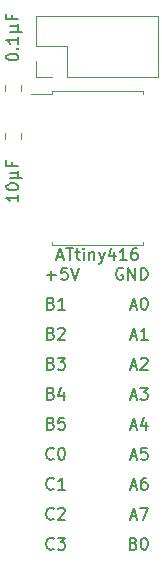
<source format=gbr>
%TF.GenerationSoftware,KiCad,Pcbnew,6.0.11+dfsg-1~bpo11+1*%
%TF.CreationDate,2024-05-12T17:16:57+09:00*%
%TF.ProjectId,pcb-devboard,7063622d-6465-4766-926f-6172642e6b69,rev?*%
%TF.SameCoordinates,Original*%
%TF.FileFunction,Legend,Top*%
%TF.FilePolarity,Positive*%
%FSLAX46Y46*%
G04 Gerber Fmt 4.6, Leading zero omitted, Abs format (unit mm)*
G04 Created by KiCad (PCBNEW 6.0.11+dfsg-1~bpo11+1) date 2024-05-12 17:16:57*
%MOMM*%
%LPD*%
G01*
G04 APERTURE LIST*
%ADD10C,0.150000*%
%ADD11C,0.120000*%
G04 APERTURE END LIST*
D10*
X115885452Y-132246666D02*
X116361642Y-132246666D01*
X115790214Y-132532380D02*
X116123547Y-131532380D01*
X116456880Y-132532380D01*
X116694976Y-131532380D02*
X117361642Y-131532380D01*
X116933071Y-132532380D01*
X115885452Y-122086666D02*
X116361642Y-122086666D01*
X115790214Y-122372380D02*
X116123547Y-121372380D01*
X116456880Y-122372380D01*
X116694976Y-121372380D02*
X117314023Y-121372380D01*
X116980690Y-121753333D01*
X117123547Y-121753333D01*
X117218785Y-121800952D01*
X117266404Y-121848571D01*
X117314023Y-121943809D01*
X117314023Y-122181904D01*
X117266404Y-122277142D01*
X117218785Y-122324761D01*
X117123547Y-122372380D01*
X116837833Y-122372380D01*
X116742595Y-122324761D01*
X116694976Y-122277142D01*
X116123547Y-134548571D02*
X116266404Y-134596190D01*
X116314023Y-134643809D01*
X116361642Y-134739047D01*
X116361642Y-134881904D01*
X116314023Y-134977142D01*
X116266404Y-135024761D01*
X116171166Y-135072380D01*
X115790214Y-135072380D01*
X115790214Y-134072380D01*
X116123547Y-134072380D01*
X116218785Y-134120000D01*
X116266404Y-134167619D01*
X116314023Y-134262857D01*
X116314023Y-134358095D01*
X116266404Y-134453333D01*
X116218785Y-134500952D01*
X116123547Y-134548571D01*
X115790214Y-134548571D01*
X116980690Y-134072380D02*
X117075928Y-134072380D01*
X117171166Y-134120000D01*
X117218785Y-134167619D01*
X117266404Y-134262857D01*
X117314023Y-134453333D01*
X117314023Y-134691428D01*
X117266404Y-134881904D01*
X117218785Y-134977142D01*
X117171166Y-135024761D01*
X117075928Y-135072380D01*
X116980690Y-135072380D01*
X116885452Y-135024761D01*
X116837833Y-134977142D01*
X116790214Y-134881904D01*
X116742595Y-134691428D01*
X116742595Y-134453333D01*
X116790214Y-134262857D01*
X116837833Y-134167619D01*
X116885452Y-134120000D01*
X116980690Y-134072380D01*
X109365023Y-127357142D02*
X109317404Y-127404761D01*
X109174547Y-127452380D01*
X109079309Y-127452380D01*
X108936452Y-127404761D01*
X108841214Y-127309523D01*
X108793595Y-127214285D01*
X108745976Y-127023809D01*
X108745976Y-126880952D01*
X108793595Y-126690476D01*
X108841214Y-126595238D01*
X108936452Y-126500000D01*
X109079309Y-126452380D01*
X109174547Y-126452380D01*
X109317404Y-126500000D01*
X109365023Y-126547619D01*
X109984071Y-126452380D02*
X110079309Y-126452380D01*
X110174547Y-126500000D01*
X110222166Y-126547619D01*
X110269785Y-126642857D01*
X110317404Y-126833333D01*
X110317404Y-127071428D01*
X110269785Y-127261904D01*
X110222166Y-127357142D01*
X110174547Y-127404761D01*
X110079309Y-127452380D01*
X109984071Y-127452380D01*
X109888833Y-127404761D01*
X109841214Y-127357142D01*
X109793595Y-127261904D01*
X109745976Y-127071428D01*
X109745976Y-126833333D01*
X109793595Y-126642857D01*
X109841214Y-126547619D01*
X109888833Y-126500000D01*
X109984071Y-126452380D01*
X109126928Y-114228571D02*
X109269785Y-114276190D01*
X109317404Y-114323809D01*
X109365023Y-114419047D01*
X109365023Y-114561904D01*
X109317404Y-114657142D01*
X109269785Y-114704761D01*
X109174547Y-114752380D01*
X108793595Y-114752380D01*
X108793595Y-113752380D01*
X109126928Y-113752380D01*
X109222166Y-113800000D01*
X109269785Y-113847619D01*
X109317404Y-113942857D01*
X109317404Y-114038095D01*
X109269785Y-114133333D01*
X109222166Y-114180952D01*
X109126928Y-114228571D01*
X108793595Y-114228571D01*
X110317404Y-114752380D02*
X109745976Y-114752380D01*
X110031690Y-114752380D02*
X110031690Y-113752380D01*
X109936452Y-113895238D01*
X109841214Y-113990476D01*
X109745976Y-114038095D01*
X115218785Y-111260000D02*
X115123547Y-111212380D01*
X114980690Y-111212380D01*
X114837833Y-111260000D01*
X114742595Y-111355238D01*
X114694976Y-111450476D01*
X114647357Y-111640952D01*
X114647357Y-111783809D01*
X114694976Y-111974285D01*
X114742595Y-112069523D01*
X114837833Y-112164761D01*
X114980690Y-112212380D01*
X115075928Y-112212380D01*
X115218785Y-112164761D01*
X115266404Y-112117142D01*
X115266404Y-111783809D01*
X115075928Y-111783809D01*
X115694976Y-112212380D02*
X115694976Y-111212380D01*
X116266404Y-112212380D01*
X116266404Y-111212380D01*
X116742595Y-112212380D02*
X116742595Y-111212380D01*
X116980690Y-111212380D01*
X117123547Y-111260000D01*
X117218785Y-111355238D01*
X117266404Y-111450476D01*
X117314023Y-111640952D01*
X117314023Y-111783809D01*
X117266404Y-111974285D01*
X117218785Y-112069523D01*
X117123547Y-112164761D01*
X116980690Y-112212380D01*
X116742595Y-112212380D01*
X108793595Y-111831428D02*
X109555500Y-111831428D01*
X109174547Y-112212380D02*
X109174547Y-111450476D01*
X110507880Y-111212380D02*
X110031690Y-111212380D01*
X109984071Y-111688571D01*
X110031690Y-111640952D01*
X110126928Y-111593333D01*
X110365023Y-111593333D01*
X110460261Y-111640952D01*
X110507880Y-111688571D01*
X110555500Y-111783809D01*
X110555500Y-112021904D01*
X110507880Y-112117142D01*
X110460261Y-112164761D01*
X110365023Y-112212380D01*
X110126928Y-112212380D01*
X110031690Y-112164761D01*
X109984071Y-112117142D01*
X110841214Y-111212380D02*
X111174547Y-112212380D01*
X111507880Y-111212380D01*
X109365023Y-134977142D02*
X109317404Y-135024761D01*
X109174547Y-135072380D01*
X109079309Y-135072380D01*
X108936452Y-135024761D01*
X108841214Y-134929523D01*
X108793595Y-134834285D01*
X108745976Y-134643809D01*
X108745976Y-134500952D01*
X108793595Y-134310476D01*
X108841214Y-134215238D01*
X108936452Y-134120000D01*
X109079309Y-134072380D01*
X109174547Y-134072380D01*
X109317404Y-134120000D01*
X109365023Y-134167619D01*
X109698357Y-134072380D02*
X110317404Y-134072380D01*
X109984071Y-134453333D01*
X110126928Y-134453333D01*
X110222166Y-134500952D01*
X110269785Y-134548571D01*
X110317404Y-134643809D01*
X110317404Y-134881904D01*
X110269785Y-134977142D01*
X110222166Y-135024761D01*
X110126928Y-135072380D01*
X109841214Y-135072380D01*
X109745976Y-135024761D01*
X109698357Y-134977142D01*
X109365023Y-132437142D02*
X109317404Y-132484761D01*
X109174547Y-132532380D01*
X109079309Y-132532380D01*
X108936452Y-132484761D01*
X108841214Y-132389523D01*
X108793595Y-132294285D01*
X108745976Y-132103809D01*
X108745976Y-131960952D01*
X108793595Y-131770476D01*
X108841214Y-131675238D01*
X108936452Y-131580000D01*
X109079309Y-131532380D01*
X109174547Y-131532380D01*
X109317404Y-131580000D01*
X109365023Y-131627619D01*
X109745976Y-131627619D02*
X109793595Y-131580000D01*
X109888833Y-131532380D01*
X110126928Y-131532380D01*
X110222166Y-131580000D01*
X110269785Y-131627619D01*
X110317404Y-131722857D01*
X110317404Y-131818095D01*
X110269785Y-131960952D01*
X109698357Y-132532380D01*
X110317404Y-132532380D01*
X115885452Y-127166666D02*
X116361642Y-127166666D01*
X115790214Y-127452380D02*
X116123547Y-126452380D01*
X116456880Y-127452380D01*
X117266404Y-126452380D02*
X116790214Y-126452380D01*
X116742595Y-126928571D01*
X116790214Y-126880952D01*
X116885452Y-126833333D01*
X117123547Y-126833333D01*
X117218785Y-126880952D01*
X117266404Y-126928571D01*
X117314023Y-127023809D01*
X117314023Y-127261904D01*
X117266404Y-127357142D01*
X117218785Y-127404761D01*
X117123547Y-127452380D01*
X116885452Y-127452380D01*
X116790214Y-127404761D01*
X116742595Y-127357142D01*
X109126928Y-121848571D02*
X109269785Y-121896190D01*
X109317404Y-121943809D01*
X109365023Y-122039047D01*
X109365023Y-122181904D01*
X109317404Y-122277142D01*
X109269785Y-122324761D01*
X109174547Y-122372380D01*
X108793595Y-122372380D01*
X108793595Y-121372380D01*
X109126928Y-121372380D01*
X109222166Y-121420000D01*
X109269785Y-121467619D01*
X109317404Y-121562857D01*
X109317404Y-121658095D01*
X109269785Y-121753333D01*
X109222166Y-121800952D01*
X109126928Y-121848571D01*
X108793595Y-121848571D01*
X110222166Y-121705714D02*
X110222166Y-122372380D01*
X109984071Y-121324761D02*
X109745976Y-122039047D01*
X110365023Y-122039047D01*
X115885452Y-124626666D02*
X116361642Y-124626666D01*
X115790214Y-124912380D02*
X116123547Y-123912380D01*
X116456880Y-124912380D01*
X117218785Y-124245714D02*
X117218785Y-124912380D01*
X116980690Y-123864761D02*
X116742595Y-124579047D01*
X117361642Y-124579047D01*
X115885452Y-129706666D02*
X116361642Y-129706666D01*
X115790214Y-129992380D02*
X116123547Y-128992380D01*
X116456880Y-129992380D01*
X117218785Y-128992380D02*
X117028309Y-128992380D01*
X116933071Y-129040000D01*
X116885452Y-129087619D01*
X116790214Y-129230476D01*
X116742595Y-129420952D01*
X116742595Y-129801904D01*
X116790214Y-129897142D01*
X116837833Y-129944761D01*
X116933071Y-129992380D01*
X117123547Y-129992380D01*
X117218785Y-129944761D01*
X117266404Y-129897142D01*
X117314023Y-129801904D01*
X117314023Y-129563809D01*
X117266404Y-129468571D01*
X117218785Y-129420952D01*
X117123547Y-129373333D01*
X116933071Y-129373333D01*
X116837833Y-129420952D01*
X116790214Y-129468571D01*
X116742595Y-129563809D01*
X115885452Y-117006666D02*
X116361642Y-117006666D01*
X115790214Y-117292380D02*
X116123547Y-116292380D01*
X116456880Y-117292380D01*
X117314023Y-117292380D02*
X116742595Y-117292380D01*
X117028309Y-117292380D02*
X117028309Y-116292380D01*
X116933071Y-116435238D01*
X116837833Y-116530476D01*
X116742595Y-116578095D01*
X109126928Y-119308571D02*
X109269785Y-119356190D01*
X109317404Y-119403809D01*
X109365023Y-119499047D01*
X109365023Y-119641904D01*
X109317404Y-119737142D01*
X109269785Y-119784761D01*
X109174547Y-119832380D01*
X108793595Y-119832380D01*
X108793595Y-118832380D01*
X109126928Y-118832380D01*
X109222166Y-118880000D01*
X109269785Y-118927619D01*
X109317404Y-119022857D01*
X109317404Y-119118095D01*
X109269785Y-119213333D01*
X109222166Y-119260952D01*
X109126928Y-119308571D01*
X108793595Y-119308571D01*
X109698357Y-118832380D02*
X110317404Y-118832380D01*
X109984071Y-119213333D01*
X110126928Y-119213333D01*
X110222166Y-119260952D01*
X110269785Y-119308571D01*
X110317404Y-119403809D01*
X110317404Y-119641904D01*
X110269785Y-119737142D01*
X110222166Y-119784761D01*
X110126928Y-119832380D01*
X109841214Y-119832380D01*
X109745976Y-119784761D01*
X109698357Y-119737142D01*
X115885452Y-119546666D02*
X116361642Y-119546666D01*
X115790214Y-119832380D02*
X116123547Y-118832380D01*
X116456880Y-119832380D01*
X116742595Y-118927619D02*
X116790214Y-118880000D01*
X116885452Y-118832380D01*
X117123547Y-118832380D01*
X117218785Y-118880000D01*
X117266404Y-118927619D01*
X117314023Y-119022857D01*
X117314023Y-119118095D01*
X117266404Y-119260952D01*
X116694976Y-119832380D01*
X117314023Y-119832380D01*
X109126928Y-116768571D02*
X109269785Y-116816190D01*
X109317404Y-116863809D01*
X109365023Y-116959047D01*
X109365023Y-117101904D01*
X109317404Y-117197142D01*
X109269785Y-117244761D01*
X109174547Y-117292380D01*
X108793595Y-117292380D01*
X108793595Y-116292380D01*
X109126928Y-116292380D01*
X109222166Y-116340000D01*
X109269785Y-116387619D01*
X109317404Y-116482857D01*
X109317404Y-116578095D01*
X109269785Y-116673333D01*
X109222166Y-116720952D01*
X109126928Y-116768571D01*
X108793595Y-116768571D01*
X109745976Y-116387619D02*
X109793595Y-116340000D01*
X109888833Y-116292380D01*
X110126928Y-116292380D01*
X110222166Y-116340000D01*
X110269785Y-116387619D01*
X110317404Y-116482857D01*
X110317404Y-116578095D01*
X110269785Y-116720952D01*
X109698357Y-117292380D01*
X110317404Y-117292380D01*
X115885452Y-114466666D02*
X116361642Y-114466666D01*
X115790214Y-114752380D02*
X116123547Y-113752380D01*
X116456880Y-114752380D01*
X116980690Y-113752380D02*
X117075928Y-113752380D01*
X117171166Y-113800000D01*
X117218785Y-113847619D01*
X117266404Y-113942857D01*
X117314023Y-114133333D01*
X117314023Y-114371428D01*
X117266404Y-114561904D01*
X117218785Y-114657142D01*
X117171166Y-114704761D01*
X117075928Y-114752380D01*
X116980690Y-114752380D01*
X116885452Y-114704761D01*
X116837833Y-114657142D01*
X116790214Y-114561904D01*
X116742595Y-114371428D01*
X116742595Y-114133333D01*
X116790214Y-113942857D01*
X116837833Y-113847619D01*
X116885452Y-113800000D01*
X116980690Y-113752380D01*
X109365023Y-129897142D02*
X109317404Y-129944761D01*
X109174547Y-129992380D01*
X109079309Y-129992380D01*
X108936452Y-129944761D01*
X108841214Y-129849523D01*
X108793595Y-129754285D01*
X108745976Y-129563809D01*
X108745976Y-129420952D01*
X108793595Y-129230476D01*
X108841214Y-129135238D01*
X108936452Y-129040000D01*
X109079309Y-128992380D01*
X109174547Y-128992380D01*
X109317404Y-129040000D01*
X109365023Y-129087619D01*
X110317404Y-129992380D02*
X109745976Y-129992380D01*
X110031690Y-129992380D02*
X110031690Y-128992380D01*
X109936452Y-129135238D01*
X109841214Y-129230476D01*
X109745976Y-129278095D01*
X109126928Y-124388571D02*
X109269785Y-124436190D01*
X109317404Y-124483809D01*
X109365023Y-124579047D01*
X109365023Y-124721904D01*
X109317404Y-124817142D01*
X109269785Y-124864761D01*
X109174547Y-124912380D01*
X108793595Y-124912380D01*
X108793595Y-123912380D01*
X109126928Y-123912380D01*
X109222166Y-123960000D01*
X109269785Y-124007619D01*
X109317404Y-124102857D01*
X109317404Y-124198095D01*
X109269785Y-124293333D01*
X109222166Y-124340952D01*
X109126928Y-124388571D01*
X108793595Y-124388571D01*
X110269785Y-123912380D02*
X109793595Y-123912380D01*
X109745976Y-124388571D01*
X109793595Y-124340952D01*
X109888833Y-124293333D01*
X110126928Y-124293333D01*
X110222166Y-124340952D01*
X110269785Y-124388571D01*
X110317404Y-124483809D01*
X110317404Y-124721904D01*
X110269785Y-124817142D01*
X110222166Y-124864761D01*
X110126928Y-124912380D01*
X109888833Y-124912380D01*
X109793595Y-124864761D01*
X109745976Y-124817142D01*
%TO.C,C1*%
X106361380Y-105019857D02*
X106361380Y-105591285D01*
X106361380Y-105305571D02*
X105361380Y-105305571D01*
X105504238Y-105400809D01*
X105599476Y-105496047D01*
X105647095Y-105591285D01*
X105361380Y-104400809D02*
X105361380Y-104305571D01*
X105409000Y-104210333D01*
X105456619Y-104162714D01*
X105551857Y-104115095D01*
X105742333Y-104067476D01*
X105980428Y-104067476D01*
X106170904Y-104115095D01*
X106266142Y-104162714D01*
X106313761Y-104210333D01*
X106361380Y-104305571D01*
X106361380Y-104400809D01*
X106313761Y-104496047D01*
X106266142Y-104543666D01*
X106170904Y-104591285D01*
X105980428Y-104638904D01*
X105742333Y-104638904D01*
X105551857Y-104591285D01*
X105456619Y-104543666D01*
X105409000Y-104496047D01*
X105361380Y-104400809D01*
X105694714Y-103638904D02*
X106694714Y-103638904D01*
X106218523Y-103162714D02*
X106313761Y-103115095D01*
X106361380Y-103019857D01*
X106218523Y-103638904D02*
X106313761Y-103591285D01*
X106361380Y-103496047D01*
X106361380Y-103305571D01*
X106313761Y-103210333D01*
X106218523Y-103162714D01*
X105694714Y-103162714D01*
X105837571Y-102257952D02*
X105837571Y-102591285D01*
X106361380Y-102591285D02*
X105361380Y-102591285D01*
X105361380Y-102115095D01*
%TO.C,C3*%
X105370380Y-93408285D02*
X105370380Y-93313047D01*
X105418000Y-93217809D01*
X105465619Y-93170190D01*
X105560857Y-93122571D01*
X105751333Y-93074952D01*
X105989428Y-93074952D01*
X106179904Y-93122571D01*
X106275142Y-93170190D01*
X106322761Y-93217809D01*
X106370380Y-93313047D01*
X106370380Y-93408285D01*
X106322761Y-93503523D01*
X106275142Y-93551142D01*
X106179904Y-93598761D01*
X105989428Y-93646380D01*
X105751333Y-93646380D01*
X105560857Y-93598761D01*
X105465619Y-93551142D01*
X105418000Y-93503523D01*
X105370380Y-93408285D01*
X106275142Y-92646380D02*
X106322761Y-92598761D01*
X106370380Y-92646380D01*
X106322761Y-92694000D01*
X106275142Y-92646380D01*
X106370380Y-92646380D01*
X106370380Y-91646380D02*
X106370380Y-92217809D01*
X106370380Y-91932095D02*
X105370380Y-91932095D01*
X105513238Y-92027333D01*
X105608476Y-92122571D01*
X105656095Y-92217809D01*
X105703714Y-91217809D02*
X106703714Y-91217809D01*
X106227523Y-90741619D02*
X106322761Y-90694000D01*
X106370380Y-90598761D01*
X106227523Y-91217809D02*
X106322761Y-91170190D01*
X106370380Y-91074952D01*
X106370380Y-90884476D01*
X106322761Y-90789238D01*
X106227523Y-90741619D01*
X105703714Y-90741619D01*
X105846571Y-89836857D02*
X105846571Y-90170190D01*
X106370380Y-90170190D02*
X105370380Y-90170190D01*
X105370380Y-89694000D01*
%TO.C,U2*%
X109674238Y-110259666D02*
X110150428Y-110259666D01*
X109579000Y-110545380D02*
X109912333Y-109545380D01*
X110245666Y-110545380D01*
X110436142Y-109545380D02*
X111007571Y-109545380D01*
X110721857Y-110545380D02*
X110721857Y-109545380D01*
X111198047Y-109878714D02*
X111579000Y-109878714D01*
X111340904Y-109545380D02*
X111340904Y-110402523D01*
X111388523Y-110497761D01*
X111483761Y-110545380D01*
X111579000Y-110545380D01*
X111912333Y-110545380D02*
X111912333Y-109878714D01*
X111912333Y-109545380D02*
X111864714Y-109593000D01*
X111912333Y-109640619D01*
X111959952Y-109593000D01*
X111912333Y-109545380D01*
X111912333Y-109640619D01*
X112388523Y-109878714D02*
X112388523Y-110545380D01*
X112388523Y-109973952D02*
X112436142Y-109926333D01*
X112531380Y-109878714D01*
X112674238Y-109878714D01*
X112769476Y-109926333D01*
X112817095Y-110021571D01*
X112817095Y-110545380D01*
X113198047Y-109878714D02*
X113436142Y-110545380D01*
X113674238Y-109878714D02*
X113436142Y-110545380D01*
X113340904Y-110783476D01*
X113293285Y-110831095D01*
X113198047Y-110878714D01*
X114483761Y-109878714D02*
X114483761Y-110545380D01*
X114245666Y-109497761D02*
X114007571Y-110212047D01*
X114626619Y-110212047D01*
X115531380Y-110545380D02*
X114959952Y-110545380D01*
X115245666Y-110545380D02*
X115245666Y-109545380D01*
X115150428Y-109688238D01*
X115055190Y-109783476D01*
X114959952Y-109831095D01*
X116388523Y-109545380D02*
X116198047Y-109545380D01*
X116102809Y-109593000D01*
X116055190Y-109640619D01*
X115959952Y-109783476D01*
X115912333Y-109973952D01*
X115912333Y-110354904D01*
X115959952Y-110450142D01*
X116007571Y-110497761D01*
X116102809Y-110545380D01*
X116293285Y-110545380D01*
X116388523Y-110497761D01*
X116436142Y-110450142D01*
X116483761Y-110354904D01*
X116483761Y-110116809D01*
X116436142Y-110021571D01*
X116388523Y-109973952D01*
X116293285Y-109926333D01*
X116102809Y-109926333D01*
X116007571Y-109973952D01*
X115959952Y-110021571D01*
X115912333Y-110116809D01*
D11*
%TO.C,C1*%
X106628000Y-99814748D02*
X106628000Y-100337252D01*
X105208000Y-99814748D02*
X105208000Y-100337252D01*
%TO.C,C3*%
X106628000Y-96273252D02*
X106628000Y-95750748D01*
X105208000Y-96273252D02*
X105208000Y-95750748D01*
%TO.C,J4*%
X107890000Y-89856000D02*
X118170000Y-89856000D01*
X110490000Y-95056000D02*
X110490000Y-92456000D01*
X109220000Y-95056000D02*
X107890000Y-95056000D01*
X110490000Y-95056000D02*
X118170000Y-95056000D01*
X107890000Y-95056000D02*
X107890000Y-93726000D01*
X110490000Y-92456000D02*
X107890000Y-92456000D01*
X107890000Y-92456000D02*
X107890000Y-89856000D01*
X118170000Y-95056000D02*
X118170000Y-89856000D01*
%TO.C,U2*%
X109219000Y-109253000D02*
X109219000Y-109018000D01*
X113079000Y-109253000D02*
X109219000Y-109253000D01*
X109219000Y-96468000D02*
X107404000Y-96468000D01*
X116939000Y-96233000D02*
X116939000Y-96468000D01*
X113079000Y-96233000D02*
X109219000Y-96233000D01*
X113079000Y-96233000D02*
X116939000Y-96233000D01*
X109219000Y-96233000D02*
X109219000Y-96468000D01*
X113079000Y-109253000D02*
X116939000Y-109253000D01*
X116939000Y-109253000D02*
X116939000Y-109018000D01*
%TD*%
M02*

</source>
